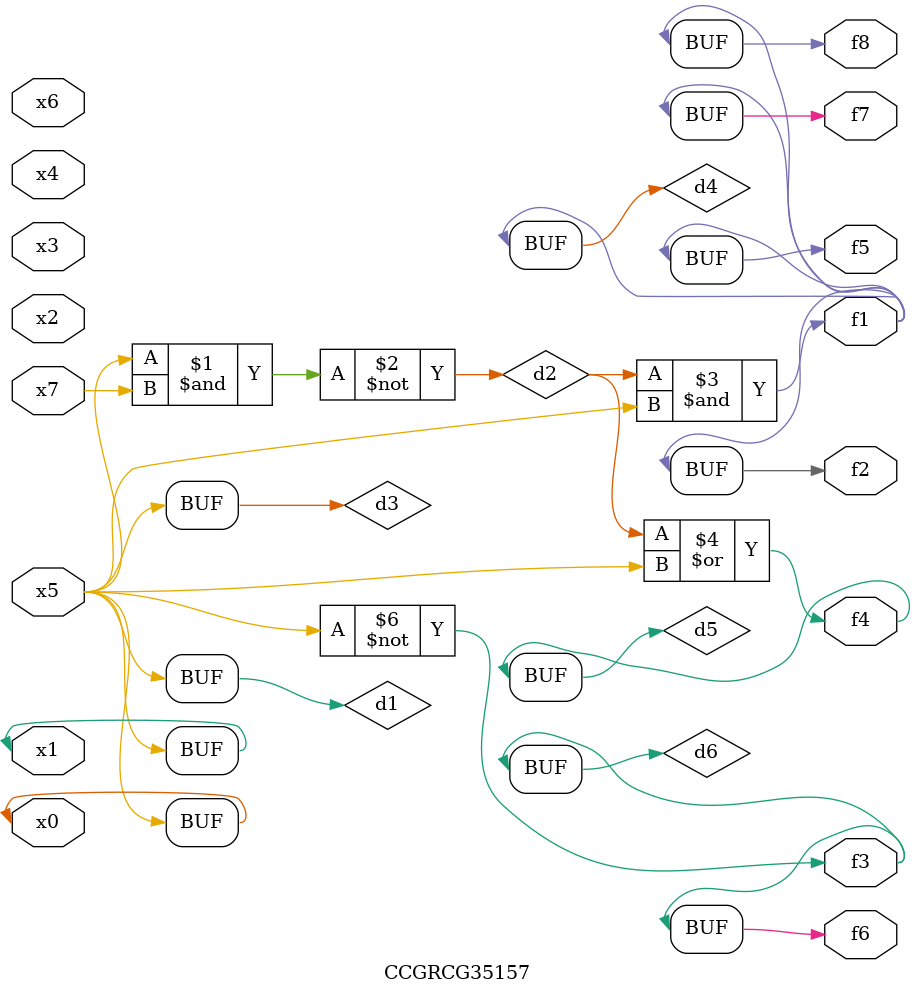
<source format=v>
module CCGRCG35157(
	input x0, x1, x2, x3, x4, x5, x6, x7,
	output f1, f2, f3, f4, f5, f6, f7, f8
);

	wire d1, d2, d3, d4, d5, d6;

	buf (d1, x0, x5);
	nand (d2, x5, x7);
	buf (d3, x0, x1);
	and (d4, d2, d3);
	or (d5, d2, d3);
	nor (d6, d1, d3);
	assign f1 = d4;
	assign f2 = d4;
	assign f3 = d6;
	assign f4 = d5;
	assign f5 = d4;
	assign f6 = d6;
	assign f7 = d4;
	assign f8 = d4;
endmodule

</source>
